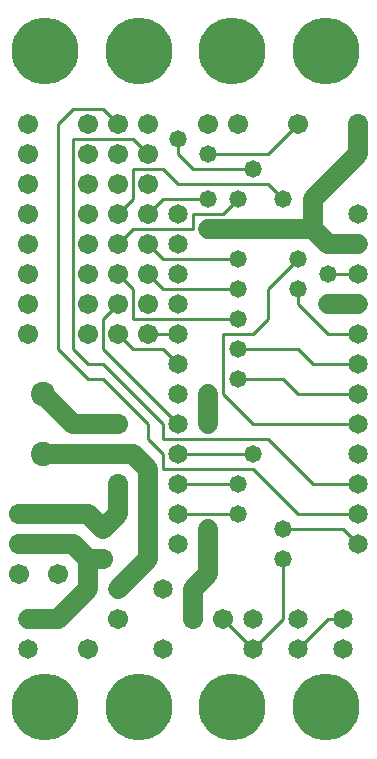
<source format=gtl>
%MOIN*%
%FSLAX25Y25*%
G04 D10 used for Character Trace; *
G04     Circle (OD=.01000) (No hole)*
G04 D11 used for Power Trace; *
G04     Circle (OD=.06700) (No hole)*
G04 D12 used for Signal Trace; *
G04     Circle (OD=.01100) (No hole)*
G04 D13 used for Via; *
G04     Circle (OD=.05800) (Round. Hole ID=.02800)*
G04 D14 used for Component hole; *
G04     Circle (OD=.06500) (Round. Hole ID=.03500)*
G04 D15 used for Component hole; *
G04     Circle (OD=.06700) (Round. Hole ID=.04300)*
G04 D16 used for Component hole; *
G04     Circle (OD=.08100) (Round. Hole ID=.05100)*
G04 D17 used for Component hole; *
G04     Circle (OD=.08900) (Round. Hole ID=.05900)*
G04 D18 used for Component hole; *
G04     Circle (OD=.11300) (Round. Hole ID=.08300)*
G04 D19 used for Component hole; *
G04     Circle (OD=.16000) (Round. Hole ID=.13000)*
G04 D20 used for Component hole; *
G04     Circle (OD=.18300) (Round. Hole ID=.15300)*
G04 D21 used for Component hole; *
G04     Circle (OD=.22291) (Round. Hole ID=.19291)*
%ADD10C,.01000*%
%ADD11C,.06700*%
%ADD12C,.01100*%
%ADD13C,.05800*%
%ADD14C,.06500*%
%ADD15C,.06700*%
%ADD16C,.08100*%
%ADD17C,.08900*%
%ADD18C,.11300*%
%ADD19C,.16000*%
%ADD20C,.18300*%
%ADD21C,.22291*%
%IPPOS*%
%LPD*%
G90*X0Y0D02*D21*X15625Y15625D03*D15*              
X30000Y35000D03*D14*X10000D03*D15*X40000Y45000D03*
X20000D03*D11*X10000D01*D14*D03*D11*X20000D02*    
X30000Y55000D01*Y65000D01*X35000D01*D15*D03*D11*  
X30000D02*X25000Y70000D01*X20000D01*D15*D03*D11*  
X7000D01*D15*D03*X20000Y60000D03*Y80000D03*D11*   
X7000D01*D15*D03*D11*X20000D02*X30000D01*         
X35000Y75000D01*D15*D03*D11*X40000Y80000D01*      
Y90000D01*D15*D03*D11*X50000Y95000D02*            
X45000Y100000D01*X50000Y65000D02*Y95000D01*       
X40000Y55000D02*X50000Y65000D01*D13*              
X40000Y55000D03*D14*X55000D03*X60000Y70000D03*    
X55000Y35000D03*X60000Y80000D03*D12*X80000D01*D13*
D03*Y90000D03*D12*X60000D01*D14*D03*D12*          
X55000Y95000D02*X85000D01*X100000Y80000D01*       
X120000D01*D14*D03*D12*Y70000D02*X115000Y75000D01*
D14*X120000Y70000D03*D12*X95000Y75000D02*         
X115000D01*D13*X95000D03*Y65000D03*D12*Y45000D01* 
X85000Y35000D01*D14*D03*D12*X75000Y45000D01*D15*  
D03*D11*X65000D02*Y55000D01*D15*Y45000D03*D11*    
Y55000D02*X70000Y60000D01*Y75000D01*D13*D03*D12*  
X55000Y95000D02*Y100000D01*X50000Y105000D01*      
Y110000D01*X35000Y125000D01*X30000D01*            
X20000Y135000D01*Y210000D01*X25000Y215000D01*     
X35000D01*X40000Y210000D01*D15*D03*D12*           
X50000Y200000D02*X45000Y205000D01*D15*            
X50000Y200000D03*D12*X60000Y190000D02*            
X55000Y195000D01*X60000Y190000D02*X90000D01*      
X95000Y185000D01*D13*D03*D11*X110000Y170000D02*   
X105000Y175000D01*X110000Y170000D02*X120000D01*   
D14*D03*D13*X110000Y160000D03*D12*X120000D01*D14* 
D03*D13*X110000Y150000D03*D11*X120000D01*D14*D03* 
D12*X110000Y140000D02*X120000D01*D14*D03*D12*     
X110000D02*X100000Y150000D01*Y155000D01*D13*D03*  
D12*X85000Y140000D02*X90000Y145000D01*            
X75000Y140000D02*X85000D01*X75000Y120000D02*      
Y140000D01*X85000Y110000D02*X75000Y120000D01*     
X85000Y110000D02*X120000D01*D14*D03*Y120000D03*   
D12*X100000D01*X95000Y125000D01*X80000D01*D13*D03*
Y135000D03*D12*X100000D01*X105000Y130000D01*      
X120000D01*D14*D03*D12*X90000Y145000D02*          
Y155000D01*D13*X80000D03*D12*X55000D01*           
X50000Y160000D01*D15*D03*D12*X55000Y165000D02*    
X80000D01*D13*D03*D12*X90000Y155000D02*           
X100000Y165000D01*D13*D03*D11*X70000Y175000D02*   
X105000D01*D13*X70000D03*D12*X65000Y180000D02*    
X75000D01*X65000Y175000D02*Y180000D01*            
X45000Y175000D02*X65000D01*X40000Y170000D02*      
X45000Y175000D01*D15*X40000Y170000D03*            
X50000Y180000D03*D12*X55000Y185000D01*X70000D01*  
D13*D03*D12*X75000Y180000D02*X80000Y185000D01*D13*
D03*X85000Y195000D03*D12*X65000D01*               
X60000Y200000D01*Y205000D01*D13*D03*              
X70000Y200000D03*D12*X90000D01*X100000Y210000D01* 
D15*D03*D11*X105000Y185000D02*X120000Y200000D01*  
X105000Y175000D02*Y185000D01*D14*                 
X120000Y180000D03*D11*Y200000D02*Y210000D01*D15*  
D03*D21*X109375Y234375D03*X78125D03*D15*          
X80000Y210000D03*X70000D03*D14*X60000Y150000D03*  
Y180000D03*Y170000D03*Y160000D03*D13*             
X80000Y145000D03*D12*X45000D01*Y155000D01*        
X40000Y160000D01*D15*D03*X50000Y150000D03*        
Y170000D03*D12*X55000Y165000D01*D15*              
X40000Y180000D03*D12*X45000Y185000D01*Y195000D01* 
X55000D01*D15*X50000Y190000D03*D12*               
X25000Y205000D02*X45000D01*X25000Y135000D02*      
Y205000D01*X30000Y130000D02*X25000Y135000D01*     
X30000Y130000D02*X35000D01*X55000Y110000D01*      
Y105000D01*X90000D01*X105000Y90000D01*X120000D01* 
D14*D03*Y100000D03*D13*X85000D03*D12*X60000D01*   
D14*D03*D13*X70000Y110000D03*D11*Y120000D01*D13*  
D03*D14*X60000Y130000D03*D12*X55000Y135000D01*    
X45000D01*X40000Y140000D01*D15*D03*D12*           
X35000Y135000D02*Y145000D01*X60000Y110000D02*     
X35000Y135000D01*D14*X60000Y110000D03*Y120000D03* 
D11*X15000Y100000D02*X45000D01*D16*X15000D03*D11* 
X25000Y110000D02*X40000D01*D15*D03*D11*X25000D02* 
X15000Y120000D01*D16*D03*D15*X30000Y140000D03*    
X10000D03*D12*X35000Y145000D02*X40000Y150000D01*  
D15*D03*X50000Y140000D03*D12*X60000D01*D14*D03*   
D15*X30000Y170000D03*Y160000D03*Y150000D03*       
Y180000D03*X10000Y190000D03*Y180000D03*Y170000D03*
Y160000D03*Y150000D03*X40000Y190000D03*X30000D03* 
X40000Y200000D03*X30000D03*X10000D03*             
X50000Y210000D03*X30000D03*X10000D03*             
X7000Y60000D03*D21*X46875Y234375D03*D14*          
X85000Y45000D03*X100000D03*D21*X15625Y234375D03*  
D12*X100000Y35000D02*X110000Y45000D01*D14*        
X100000Y35000D03*D12*X110000Y45000D02*X115000D01* 
D14*D03*Y35000D03*D21*X109375Y15625D03*X78125D03* 
X46875D03*M02*                                    

</source>
